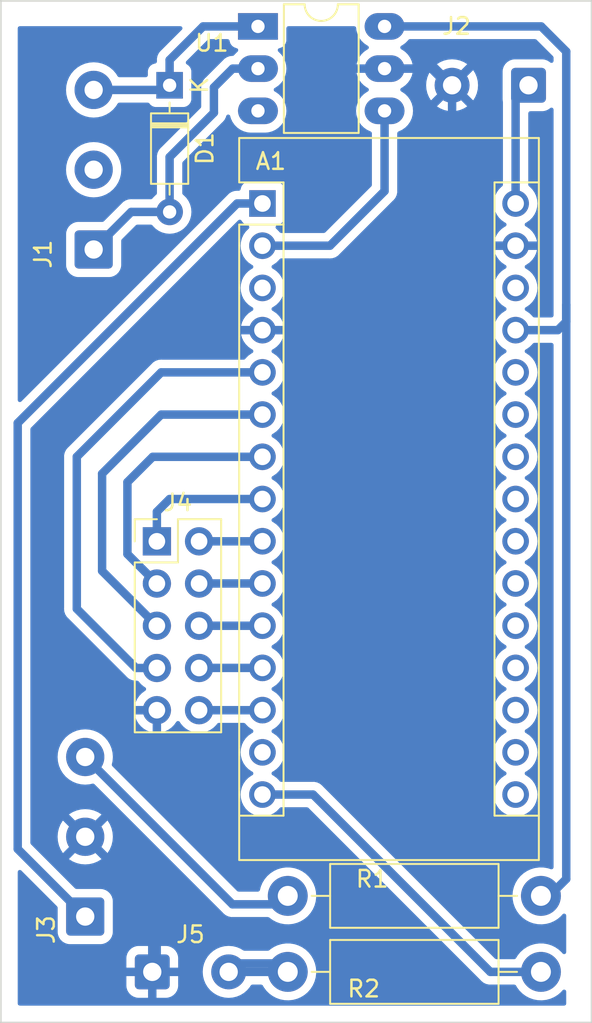
<source format=kicad_pcb>
(kicad_pcb (version 20211014) (generator pcbnew)
  (layers (0 "F.Cu" signal) (31 "B.Cu" signal) (34 "B.Paste" user) (35 "F.Paste" user) (36 "B.SilkS" user "B.Silkscreen") (37 "F.SilkS" user "F.Silkscreen") (38 "B.Mask" user) (39 "F.Mask" user) (44 "Edge.Cuts" user))
  (net 0 "")
  (net 1 "Net-(A1-Pad1)")
  (net 2 "Net-(A1-Pad2)")
  (net 4 "Net-(D1-Pad1)")
  (net 5 "Net-(D1-Pad2)")
  (net 7 "Net-(A1-Pad30)")
  (net 8 "GND")
  (net 9 "Net-(J3-Pad3)")
  (net 10 "Net-(A1-Pad8)")
  (net 11 "Net-(A1-Pad9)")
  (net 12 "Net-(A1-Pad7)")
  (net 13 "Net-(A1-Pad10)")
  (net 14 "Net-(A1-Pad6)")
  (net 15 "Net-(A1-Pad11)")
  (net 16 "Net-(A1-Pad12)")
  (net 17 "Net-(A1-Pad13)")
  (net 18 "Net-(J5-Pad2)")
  (net 19 "Net-(A1-Pad27)")
  (net 20 "Net-(A1-Pad15)")
  (net 35 "Net-(A1-Pad5)")
  (footprint "Connector_Wire:SolderWire-0.5sqmm_1x03_P4.8mm_D0.9mm_OD2.3mm" (layer "F.Cu") (at 92.974 95.478 90)
    (fp_text reference "J3" (at -0.788 -2.35 90) (layer "F.SilkS"))
    (fp_text value "MIDI OUTPUT")
    (pad "1" thru_hole roundrect (at 0 0 90) (size 2.3 2.3) (drill 1.1) (layers *.Cu *.Mask) (roundrect_rratio 0.108696087) (net 1 "Net-(A1-Pad1)"))
    (pad "2" thru_hole circle (at 4.8 0 90) (size 2.3 2.3) (drill 1.1) (layers *.Cu *.Mask) (net 8 "GND"))
    (pad "3" thru_hole circle (at 9.6 0 90) (size 2.3 2.3) (drill 1.1) (layers *.Cu *.Mask) (net 9 "Net-(J3-Pad3)"))
  )
  (footprint "Module:Arduino_Nano" (layer "F.Cu") (at 103.642 52.578)
    (fp_text reference "A1" (at 0.508 -2.54) (layer "F.SilkS"))
    (fp_text value "Arduino_Nano_v2.x")
    (fp_line (start 1.27 1.27) (end 1.27 -1.27) (layer "F.SilkS") (width 0.12))
    (fp_line (start -1.4 1.27) (end -1.4 39.5) (layer "F.SilkS") (width 0.12))
    (fp_line (start -1.4 39.5) (end 16.64 39.5) (layer "F.SilkS") (width 0.12))
    (fp_line (start 13.97 36.83) (end 16.64 36.83) (layer "F.SilkS") (width 0.12))
    (fp_line (start 16.64 -3.94) (end -1.4 -3.94) (layer "F.SilkS") (width 0.12))
    (fp_line (start 1.27 -1.27) (end -1.4 -1.27) (layer "F.SilkS") (width 0.12))
    (fp_line (start 1.27 1.27) (end -1.4 1.27) (layer "F.SilkS") (width 0.12))
    (fp_line (start 1.27 36.83) (end -1.4 36.83) (layer "F.SilkS") (width 0.12))
    (fp_line (start -1.4 -3.94) (end -1.4 -1.27) (layer "F.SilkS") (width 0.12))
    (fp_line (start 1.27 1.27) (end 1.27 36.83) (layer "F.SilkS") (width 0.12))
    (fp_line (start 13.97 -1.27) (end 13.97 36.83) (layer "F.SilkS") (width 0.12))
    (fp_line (start 16.64 39.5) (end 16.64 -3.94) (layer "F.SilkS") (width 0.12))
    (fp_line (start 13.97 -1.27) (end 16.64 -1.27) (layer "F.SilkS") (width 0.12))
    (pad "1" thru_hole rect (at 0 0) (size 1.6 1.6) (drill 1) (layers *.Cu *.Mask) (net 1 "Net-(A1-Pad1)"))
    (pad "2" thru_hole oval (at 0 2.54) (size 1.6 1.6) (drill 1) (layers *.Cu *.Mask) (net 2 "Net-(A1-Pad2)"))
    (pad "3" thru_hole oval (at 0 5.08) (size 1.6 1.6) (drill 1) (layers *.Cu *.Mask))
    (pad "4" thru_hole oval (at 0 7.62) (size 1.6 1.6) (drill 1) (layers *.Cu *.Mask) (net 8 "GND"))
    (pad "5" thru_hole oval (at 0 10.16) (size 1.6 1.6) (drill 1) (layers *.Cu *.Mask) (net 35 "Net-(A1-Pad5)"))
    (pad "6" thru_hole oval (at 0 12.7) (size 1.6 1.6) (drill 1) (layers *.Cu *.Mask) (net 14 "Net-(A1-Pad6)"))
    (pad "7" thru_hole oval (at 0 15.24) (size 1.6 1.6) (drill 1) (layers *.Cu *.Mask) (net 12 "Net-(A1-Pad7)"))
    (pad "8" thru_hole oval (at 0 17.78) (size 1.6 1.6) (drill 1) (layers *.Cu *.Mask) (net 10 "Net-(A1-Pad8)"))
    (pad "9" thru_hole oval (at 0 20.32) (size 1.6 1.6) (drill 1) (layers *.Cu *.Mask) (net 11 "Net-(A1-Pad9)"))
    (pad "10" thru_hole oval (at 0 22.86) (size 1.6 1.6) (drill 1) (layers *.Cu *.Mask) (net 13 "Net-(A1-Pad10)"))
    (pad "11" thru_hole oval (at 0 25.4) (size 1.6 1.6) (drill 1) (layers *.Cu *.Mask) (net 15 "Net-(A1-Pad11)"))
    (pad "12" thru_hole oval (at 0 27.94) (size 1.6 1.6) (drill 1) (layers *.Cu *.Mask) (net 16 "Net-(A1-Pad12)"))
    (pad "13" thru_hole oval (at 0 30.48) (size 1.6 1.6) (drill 1) (layers *.Cu *.Mask) (net 17 "Net-(A1-Pad13)"))
    (pad "14" thru_hole oval (at 0 33.02) (size 1.6 1.6) (drill 1) (layers *.Cu *.Mask))
    (pad "15" thru_hole oval (at 0 35.56) (size 1.6 1.6) (drill 1) (layers *.Cu *.Mask) (net 20 "Net-(A1-Pad15)"))
    (pad "16" thru_hole oval (at 15.24 35.56) (size 1.6 1.6) (drill 1) (layers *.Cu *.Mask))
    (pad "17" thru_hole oval (at 15.24 33.02) (size 1.6 1.6) (drill 1) (layers *.Cu *.Mask))
    (pad "18" thru_hole oval (at 15.24 30.48) (size 1.6 1.6) (drill 1) (layers *.Cu *.Mask))
    (pad "19" thru_hole oval (at 15.24 27.94) (size 1.6 1.6) (drill 1) (layers *.Cu *.Mask))
    (pad "20" thru_hole oval (at 15.24 25.4) (size 1.6 1.6) (drill 1) (layers *.Cu *.Mask))
    (pad "21" thru_hole oval (at 15.24 22.86) (size 1.6 1.6) (drill 1) (layers *.Cu *.Mask))
    (pad "22" thru_hole oval (at 15.24 20.32) (size 1.6 1.6) (drill 1) (layers *.Cu *.Mask))
    (pad "23" thru_hole oval (at 15.24 17.78) (size 1.6 1.6) (drill 1) (layers *.Cu *.Mask))
    (pad "24" thru_hole oval (at 15.24 15.24) (size 1.6 1.6) (drill 1) (layers *.Cu *.Mask))
    (pad "25" thru_hole oval (at 15.24 12.7) (size 1.6 1.6) (drill 1) (layers *.Cu *.Mask))
    (pad "26" thru_hole oval (at 15.24 10.16) (size 1.6 1.6) (drill 1) (layers *.Cu *.Mask))
    (pad "27" thru_hole oval (at 15.24 7.62) (size 1.6 1.6) (drill 1) (layers *.Cu *.Mask) (net 19 "Net-(A1-Pad27)"))
    (pad "28" thru_hole oval (at 15.24 5.08) (size 1.6 1.6) (drill 1) (layers *.Cu *.Mask))
    (pad "29" thru_hole oval (at 15.24 2.54) (size 1.6 1.6) (drill 1) (layers *.Cu *.Mask) (net 8 "GND"))
    (pad "30" thru_hole oval (at 15.24 0) (size 1.6 1.6) (drill 1) (layers *.Cu *.Mask) (net 7 "Net-(A1-Pad30)"))
  )
  (footprint "Connector_Wire:SolderWire-0.5sqmm_1x02_P4.6mm_D0.9mm_OD2.1mm" (layer "F.Cu") (at 97.01 98.806)
    (fp_text reference "J5" (at 2.3 -2.25) (layer "F.SilkS"))
    (fp_text value "LED")
    (pad "1" thru_hole roundrect (at 0 0) (size 2.1 2.1) (drill 1.1) (layers *.Cu *.Mask) (roundrect_rratio 0.1190480952) (net 8 "GND"))
    (pad "2" thru_hole circle (at 4.6 0) (size 2.1 2.1) (drill 1.1) (layers *.Cu *.Mask) (net 18 "Net-(J5-Pad2)"))
  )
  (footprint "Resistor_THT:R_Axial_DIN0411_L9.9mm_D3.6mm_P15.24mm_Horizontal" (layer "F.Cu") (at 105.166 98.806)
    (fp_text reference "R2" (at 4.572 1.016) (layer "F.SilkS"))
    (fp_text value "500")
    (fp_line (start 2.55 -1.92) (end 2.55 1.92) (layer "F.SilkS") (width 0.12))
    (fp_line (start 12.69 -1.92) (end 2.55 -1.92) (layer "F.SilkS") (width 0.12))
    (fp_line (start 12.69 1.92) (end 12.69 -1.92) (layer "F.SilkS") (width 0.12))
    (fp_line (start 1.44 0) (end 2.55 0) (layer "F.SilkS") (width 0.12))
    (fp_line (start 2.55 1.92) (end 12.69 1.92) (layer "F.SilkS") (width 0.12))
    (fp_line (start 13.8 0) (end 12.69 0) (layer "F.SilkS") (width 0.12))
    (pad "1" thru_hole circle (at 0 0) (size 2.4 2.4) (drill 1.2) (layers *.Cu *.Mask) (net 18 "Net-(J5-Pad2)"))
    (pad "2" thru_hole oval (at 15.24 0) (size 2.4 2.4) (drill 1.2) (layers *.Cu *.Mask) (net 20 "Net-(A1-Pad15)"))
  )
  (footprint "Connector_Wire:SolderWire-0.5sqmm_1x02_P4.6mm_D0.9mm_OD2.1mm" (layer "F.Cu") (at 119.658 45.466 180)
    (fp_text reference "J2" (at 4.332 3.556) (layer "F.SilkS"))
    (fp_text value "9V IN")
    (pad "1" thru_hole roundrect (at 0 0 180) (size 2.1 2.1) (drill 1.1) (layers *.Cu *.Mask) (roundrect_rratio 0.1190480952) (net 7 "Net-(A1-Pad30)"))
    (pad "2" thru_hole circle (at 4.6 0 180) (size 2.1 2.1) (drill 1.1) (layers *.Cu *.Mask) (net 8 "GND"))
  )
  (footprint "Package_DIP:DIP-6_W7.62mm_LongPads" (layer "F.Cu") (at 103.373 41.925)
    (fp_text reference "U1" (at -2.779 1.001) (layer "F.SilkS"))
    (fp_text value "H11L1")
    (fp_line (start 1.56 -1.33) (end 1.56 6.41) (layer "F.SilkS") (width 0.12))
    (fp_line (start 1.56 6.41) (end 6.06 6.41) (layer "F.SilkS") (width 0.12))
    (fp_line (start 6.06 -1.33) (end 4.81 -1.33) (layer "F.SilkS") (width 0.12))
    (fp_line (start 2.81 -1.33) (end 1.56 -1.33) (layer "F.SilkS") (width 0.12))
    (fp_line (start 6.06 6.41) (end 6.06 -1.33) (layer "F.SilkS") (width 0.12))
    (fp_arc (start 4.81 -1.33) (mid 3.81 -0.33) (end 2.81 -1.33) (layer "F.SilkS") (width 0.12))
    (pad "1" thru_hole rect (at 0 0) (size 2.4 1.6) (drill 0.8) (layers *.Cu *.Mask) (net 4 "Net-(D1-Pad1)"))
    (pad "2" thru_hole oval (at 0 2.54) (size 2.4 1.6) (drill 0.8) (layers *.Cu *.Mask) (net 5 "Net-(D1-Pad2)"))
    (pad "3" thru_hole oval (at 0 5.08) (size 2.4 1.6) (drill 0.8) (layers *.Cu *.Mask))
    (pad "4" thru_hole oval (at 7.62 5.08) (size 2.4 1.6) (drill 0.8) (layers *.Cu *.Mask) (net 2 "Net-(A1-Pad2)"))
    (pad "5" thru_hole oval (at 7.62 2.54) (size 2.4 1.6) (drill 0.8) (layers *.Cu *.Mask) (net 8 "GND"))
    (pad "6" thru_hole oval (at 7.62 0) (size 2.4 1.6) (drill 0.8) (layers *.Cu *.Mask) (net 19 "Net-(A1-Pad27)"))
  )
  (footprint "Diode_THT:D_DO-35_SOD27_P7.62mm_Horizontal" (layer "F.Cu") (at 98.054 45.466 -90)
    (fp_text reference "D1" (at 3.81 -2.12 90) (layer "F.SilkS"))
    (fp_text value "1N4148")
    (fp_text user "K" (at 0 -1.8 90) (layer "F.SilkS"))
    (fp_line (start 2.53 -1.12) (end 2.53 1.12) (layer "F.SilkS") (width 0.12))
    (fp_line (start 5.93 -1.12) (end 1.69 -1.12) (layer "F.SilkS") (width 0.12))
    (fp_line (start 2.29 -1.12) (end 2.29 1.12) (layer "F.SilkS") (width 0.12))
    (fp_line (start 5.93 1.12) (end 5.93 -1.12) (layer "F.SilkS") (width 0.12))
    (fp_line (start 1.04 0) (end 1.69 0) (layer "F.SilkS") (width 0.12))
    (fp_line (start 1.69 -1.12) (end 1.69 1.12) (layer "F.SilkS") (width 0.12))
    (fp_line (start 2.41 -1.12) (end 2.41 1.12) (layer "F.SilkS") (width 0.12))
    (fp_line (start 6.58 0) (end 5.93 0) (layer "F.SilkS") (width 0.12))
    (fp_line (start 1.69 1.12) (end 5.93 1.12) (layer "F.SilkS") (width 0.12))
    (pad "1" thru_hole rect (at 0 0 270) (size 1.6 1.6) (drill 0.8) (layers *.Cu *.Mask) (net 4 "Net-(D1-Pad1)"))
    (pad "2" thru_hole oval (at 7.62 0 270) (size 1.6 1.6) (drill 0.8) (layers *.Cu *.Mask) (net 5 "Net-(D1-Pad2)"))
  )
  (footprint "Connector_Wire:SolderWire-0.5sqmm_1x03_P4.8mm_D0.9mm_OD2.3mm" (layer "F.Cu") (at 93.482 55.346 90)
    (fp_text reference "J1" (at -0.28 -3.048 90) (layer "F.SilkS"))
    (fp_text value "MIDI INPUT")
    (pad "1" thru_hole roundrect (at 0 0 90) (size 2.3 2.3) (drill 1.1) (layers *.Cu *.Mask) (roundrect_rratio 0.108696087) (net 5 "Net-(D1-Pad2)"))
    (pad "2" thru_hole circle (at 4.8 0 90) (size 2.3 2.3) (drill 1.1) (layers *.Cu *.Mask))
    (pad "3" thru_hole circle (at 9.6 0 90) (size 2.3 2.3) (drill 1.1) (layers *.Cu *.Mask) (net 4 "Net-(D1-Pad1)"))
  )
  (footprint "Resistor_THT:R_Axial_DIN0411_L9.9mm_D3.6mm_P15.24mm_Horizontal" (layer "F.Cu") (at 105.166 94.234)
    (fp_text reference "R1" (at 5.08 -1.016) (layer "F.SilkS"))
    (fp_text value "220")
    (fp_line (start 12.69 -1.92) (end 2.55 -1.92) (layer "F.SilkS") (width 0.12))
    (fp_line (start 2.55 1.92) (end 12.69 1.92) (layer "F.SilkS") (width 0.12))
    (fp_line (start 12.69 1.92) (end 12.69 -1.92) (layer "F.SilkS") (width 0.12))
    (fp_line (start 2.55 -1.92) (end 2.55 1.92) (layer "F.SilkS") (width 0.12))
    (fp_line (start 13.8 0) (end 12.69 0) (layer "F.SilkS") (width 0.12))
    (fp_line (start 1.44 0) (end 2.55 0) (layer "F.SilkS") (width 0.12))
    (pad "1" thru_hole circle (at 0 0) (size 2.4 2.4) (drill 1.2) (layers *.Cu *.Mask) (net 9 "Net-(J3-Pad3)"))
    (pad "2" thru_hole oval (at 15.24 0) (size 2.4 2.4) (drill 1.2) (layers *.Cu *.Mask) (net 19 "Net-(A1-Pad27)"))
  )
  (footprint "Connector_PinHeader_2.54mm:PinHeader_2x05_P2.54mm_Vertical" (layer "F.Cu") (at 97.287 72.903)
    (fp_text reference "J4" (at 1.27 -2.33) (layer "F.SilkS"))
    (fp_text value "Conn_02x05_Odd_Even")
    (fp_line (start -1.33 1.27) (end -1.33 11.49) (layer "F.SilkS") (width 0.12))
    (fp_line (start -1.33 -1.33) (end 0 -1.33) (layer "F.SilkS") (width 0.12))
    (fp_line (start 1.27 1.27) (end 1.27 -1.33) (layer "F.SilkS") (width 0.12))
    (fp_line (start 1.27 -1.33) (end 3.87 -1.33) (layer "F.SilkS") (width 0.12))
    (fp_line (start -1.33 11.49) (end 3.87 11.49) (layer "F.SilkS") (width 0.12))
    (fp_line (start -1.33 1.27) (end 1.27 1.27) (layer "F.SilkS") (width 0.12))
    (fp_line (start 3.87 -1.33) (end 3.87 11.49) (layer "F.SilkS") (width 0.12))
    (fp_line (start -1.33 0) (end -1.33 -1.33) (layer "F.SilkS") (width 0.12))
    (pad "1" thru_hole rect (at 0 0) (size 1.7 1.7) (drill 1) (layers *.Cu *.Mask) (net 10 "Net-(A1-Pad8)"))
    (pad "2" thru_hole oval (at 2.54 0) (size 1.7 1.7) (drill 1) (layers *.Cu *.Mask) (net 11 "Net-(A1-Pad9)"))
    (pad "3" thru_hole oval (at 0 2.54) (size 1.7 1.7) (drill 1) (layers *.Cu *.Mask) (net 12 "Net-(A1-Pad7)"))
    (pad "4" thru_hole oval (at 2.54 2.54) (size 1.7 1.7) (drill 1) (layers *.Cu *.Mask) (net 13 "Net-(A1-Pad10)"))
    (pad "5" thru_hole oval (at 0 5.08) (size 1.7 1.7) (drill 1) (layers *.Cu *.Mask) (net 14 "Net-(A1-Pad6)"))
    (pad "6" thru_hole oval (at 2.54 5.08) (size 1.7 1.7) (drill 1) (layers *.Cu *.Mask) (net 15 "Net-(A1-Pad11)"))
    (pad "7" thru_hole oval (at 0 7.62) (size 1.7 1.7) (drill 1) (layers *.Cu *.Mask) (net 35 "Net-(A1-Pad5)"))
    (pad "8" thru_hole oval (at 2.54 7.62) (size 1.7 1.7) (drill 1) (layers *.Cu *.Mask) (net 16 "Net-(A1-Pad12)"))
    (pad "9" thru_hole oval (at 0 10.16) (size 1.7 1.7) (drill 1) (layers *.Cu *.Mask) (net 8 "GND"))
    (pad "10" thru_hole oval (at 2.54 10.16) (size 1.7 1.7) (drill 1) (layers *.Cu *.Mask) (net 17 "Net-(A1-Pad13)"))
  )
  (gr_line (start 123.454 101.854) (end 87.894 101.854) (layer "Edge.Cuts") (width 0.1))
  (gr_line (start 123.454 40.386) (end 123.454 101.854) (layer "Edge.Cuts") (width 0.1))
  (gr_line (start 87.894 40.386) (end 123.454 40.386) (layer "Edge.Cuts") (width 0.1))
  (gr_line (start 87.894 101.854) (end 87.894 40.386) (layer "Edge.Cuts") (width 0.1))
  (segment (start 88.91 65.786) (end 88.91 91.414) (width 0.508) (layer "B.Cu") (net 1))
  (segment (start 103.642 52.578) (end 102.118 52.578) (width 0.508) (layer "B.Cu") (net 1))
  (segment (start 88.91 91.414) (end 92.974 95.478) (width 0.508) (layer "B.Cu") (net 1))
  (segment (start 102.118 52.578) (end 88.91 65.786) (width 0.508) (layer "B.Cu") (net 1))
  (segment (start 107.706 55.118) (end 110.993 51.831) (width 0.508) (layer "B.Cu") (net 2))
  (segment (start 110.993 51.831) (end 110.993 47.005) (width 0.508) (layer "B.Cu") (net 2))
  (segment (start 103.642 55.118) (end 107.706 55.118) (width 0.508) (layer "B.Cu") (net 2))
  (segment (start 98.054 45.466) (end 98.054 43.942) (width 0.508) (layer "B.Cu") (net 4))
  (segment (start 93.482 45.746) (end 97.774 45.746) (width 0.508) (layer "B.Cu") (net 4))
  (segment (start 98.054 43.942) (end 100.071 41.925) (width 0.508) (layer "B.Cu") (net 4))
  (segment (start 97.774 45.746) (end 98.054 45.466) (width 0.508) (layer "B.Cu") (net 4))
  (segment (start 100.071 41.925) (end 103.373 41.925) (width 0.508) (layer "B.Cu") (net 4))
  (segment (start 95.742 53.086) (end 93.482 55.346) (width 0.508) (layer "B.Cu") (net 5))
  (segment (start 100.721 47.117) (end 98.054 49.784) (width 0.508) (layer "B.Cu") (net 5))
  (segment (start 98.054 49.784) (end 98.054 53.086) (width 0.508) (layer "B.Cu") (net 5))
  (segment (start 100.721 47.117) (end 100.721 45.593) (width 0.508) (layer "B.Cu") (net 5))
  (segment (start 98.054 53.086) (end 95.742 53.086) (width 0.508) (layer "B.Cu") (net 5))
  (segment (start 101.849 44.465) (end 103.373 44.465) (width 0.508) (layer "B.Cu") (net 5))
  (segment (start 100.721 45.593) (end 101.849 44.465) (width 0.508) (layer "B.Cu") (net 5))
  (segment (start 118.882 46.242) (end 118.882 52.578) (width 0.508) (layer "B.Cu") (net 7))
  (segment (start 119.658 45.466) (end 118.882 46.242) (width 0.508) (layer "B.Cu") (net 7))
  (segment (start 114.818 45.466) (end 113.817 44.465) (width 0.508) (layer "B.Cu") (net 8))
  (segment (start 95.011 83.063) (end 97.287 83.063) (width 0.508) (layer "B.Cu") (net 8))
  (segment (start 97.278 98.298) (end 97.278 94.982) (width 0.508) (layer "B.Cu") (net 8))
  (segment (start 92.974 90.678) (end 95.994 93.698) (width 0.508) (layer "B.Cu") (net 8))
  (segment (start 115.058 53.834) (end 115.058 45.466) (width 0.508) (layer "B.Cu") (net 8))
  (segment (start 92.974 90.678) (end 90.434 88.138) (width 0.508) (layer "B.Cu") (net 8))
  (segment (start 97.278 94.982) (end 92.974 90.678) (width 0.508) (layer "B.Cu") (net 8))
  (segment (start 111.262 60.198) (end 103.642 60.198) (width 0.508) (layer "B.Cu") (net 8))
  (segment (start 116.342 55.118) (end 115.058 53.834) (width 0.508) (layer "B.Cu") (net 8))
  (segment (start 98.054 60.198) (end 90.434 67.818) (width 0.508) (layer "B.Cu") (net 8))
  (segment (start 118.882 55.118) (end 116.342 55.118) (width 0.508) (layer "B.Cu") (net 8))
  (segment (start 116.342 55.118) (end 111.262 60.198) (width 0.508) (layer "B.Cu") (net 8))
  (segment (start 90.434 67.818) (end 90.434 78.486) (width 0.508) (layer "B.Cu") (net 8))
  (segment (start 103.642 60.198) (end 98.054 60.198) (width 0.508) (layer "B.Cu") (net 8))
  (segment (start 90.434 78.486) (end 95.011 83.063) (width 0.508) (layer "B.Cu") (net 8))
  (segment (start 113.817 44.465) (end 110.993 44.465) (width 0.508) (layer "B.Cu") (net 8))
  (segment (start 90.434 88.138) (end 90.434 78.486) (width 0.508) (layer "B.Cu") (net 8))
  (segment (start 115.058 45.466) (end 114.818 45.466) (width 0.508) (layer "B.Cu") (net 8))
  (segment (start 101.838 94.742) (end 92.974 85.878) (width 0.508) (layer "B.Cu") (net 9))
  (segment (start 105.166 94.742) (end 101.838 94.742) (width 0.508) (layer "B.Cu") (net 9))
  (segment (start 97.287 71.125) (end 98.054 70.358) (width 0.508) (layer "B.Cu") (net 10))
  (segment (start 98.054 70.358) (end 103.642 70.358) (width 0.508) (layer "B.Cu") (net 10))
  (segment (start 97.287 72.903) (end 97.287 71.125) (width 0.508) (layer "B.Cu") (net 10))
  (segment (start 99.827 72.903) (end 103.637 72.903) (width 0.508) (layer "B.Cu") (net 11))
  (segment (start 103.637 72.903) (end 103.642 72.898) (width 0.508) (layer "B.Cu") (net 11))
  (segment (start 97.038 67.818) (end 95.514 69.342) (width 0.508) (layer "B.Cu") (net 12))
  (segment (start 103.642 67.818) (end 97.038 67.818) (width 0.508) (layer "B.Cu") (net 12))
  (segment (start 95.514 73.67) (end 97.287 75.443) (width 0.508) (layer "B.Cu") (net 12))
  (segment (start 95.514 69.342) (end 95.514 73.67) (width 0.508) (layer "B.Cu") (net 12))
  (segment (start 99.832 75.438) (end 99.827 75.443) (width 0.508) (layer "B.Cu") (net 13))
  (segment (start 103.642 75.438) (end 99.832 75.438) (width 0.508) (layer "B.Cu") (net 13))
  (segment (start 93.99 74.686) (end 93.99 68.834) (width 0.508) (layer "B.Cu") (net 14))
  (segment (start 97.287 77.983) (end 93.99 74.686) (width 0.508) (layer "B.Cu") (net 14))
  (segment (start 93.99 68.834) (end 97.546 65.278) (width 0.508) (layer "B.Cu") (net 14))
  (segment (start 97.546 65.278) (end 103.642 65.278) (width 0.508) (layer "B.Cu") (net 14))
  (segment (start 103.637 77.983) (end 103.642 77.978) (width 0.508) (layer "B.Cu") (net 15))
  (segment (start 99.827 77.983) (end 103.637 77.983) (width 0.508) (layer "B.Cu") (net 15))
  (segment (start 99.832 80.518) (end 99.827 80.523) (width 0.508) (layer "B.Cu") (net 16))
  (segment (start 103.642 80.518) (end 99.832 80.518) (width 0.508) (layer "B.Cu") (net 16))
  (segment (start 103.637 83.063) (end 103.642 83.058) (width 0.508) (layer "B.Cu") (net 17))
  (segment (start 99.827 83.063) (end 103.637 83.063) (width 0.508) (layer "B.Cu") (net 17))
  (segment (start 102.118 98.806) (end 101.61 98.298) (width 0.508) (layer "B.Cu") (net 18))
  (segment (start 105.166 98.298) (end 101.878 98.298) (width 0.508) (layer "B.Cu") (net 18))
  (segment (start 105.166 98.806) (end 102.118 98.806) (width 0.508) (layer "B.Cu") (net 18))
  (segment (start 110.993 41.925) (end 120.421 41.925) (width 0.508) (layer "B.Cu") (net 19))
  (segment (start 121.93 59.69) (end 121.676 59.944) (width 0.508) (layer "B.Cu") (net 19))
  (segment (start 121.93 43.434) (end 121.93 58.674) (width 0.508) (layer "B.Cu") (net 19))
  (segment (start 118.882 60.198) (end 121.422 60.198) (width 0.508) (layer "B.Cu") (net 19))
  (segment (start 121.422 60.198) (end 121.676 59.944) (width 0.508) (layer "B.Cu") (net 19))
  (segment (start 121.93 93.218) (end 120.406 94.742) (width 0.508) (layer "B.Cu") (net 19))
  (segment (start 120.421 41.925) (end 121.93 43.434) (width 0.508) (layer "B.Cu") (net 19))
  (segment (start 121.93 58.674) (end 121.93 93.218) (width 0.508) (layer "B.Cu") (net 19))
  (segment (start 121.93 58.674) (end 121.93 59.69) (width 0.508) (layer "B.Cu") (net 19))
  (segment (start 106.69 88.138) (end 103.642 88.138) (width 0.508) (layer "B.Cu") (net 20))
  (segment (start 120.406 98.806) (end 117.358 98.806) (width 0.508) (layer "B.Cu") (net 20))
  (segment (start 117.358 98.806) (end 106.69 88.138) (width 0.508) (layer "B.Cu") (net 20))
  (segment (start 97.287 80.523) (end 96.027 80.523) (width 0.508) (layer "B.Cu") (net 35))
  (segment (start 92.466 67.818) (end 97.546 62.738) (width 0.508) (layer "B.Cu") (net 35))
  (segment (start 92.466 76.962) (end 92.466 67.818) (width 0.508) (layer "B.Cu") (net 35))
  (segment (start 96.027 80.523) (end 92.466 76.962) (width 0.508) (layer "B.Cu") (net 35))
  (segment (start 97.546 62.738) (end 103.642 62.738) (width 0.508) (layer "B.Cu") (net 35))
  (zone (net 8) (net_name "GND") (layer "B.Cu") (connect_pads (clearance 0.508)) (min_thickness 0.254) (fill yes (thermal_gap 0.508) (thermal_bridge_width 0.508))
    (polygon (pts (xy 121.93 100.838) (xy 88.91 100.838) (xy 88.91 41.91) (xy 121.93 41.91)))
  )
)
</source>
